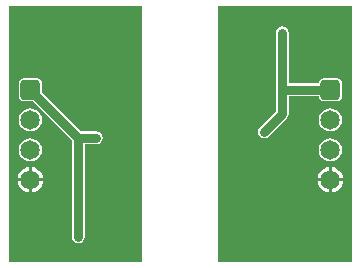
<source format=gbl>
G04 Layer_Physical_Order=2*
G04 Layer_Color=16711680*
%FSLAX25Y25*%
%MOIN*%
G70*
G01*
G75*
%ADD16C,0.06500*%
G04:AMPARAMS|DCode=17|XSize=65mil|YSize=65mil|CornerRadius=9.75mil|HoleSize=0mil|Usage=FLASHONLY|Rotation=180.000|XOffset=0mil|YOffset=0mil|HoleType=Round|Shape=RoundedRectangle|*
%AMROUNDEDRECTD17*
21,1,0.06500,0.04550,0,0,180.0*
21,1,0.04550,0.06500,0,0,180.0*
1,1,0.01950,-0.02275,0.02275*
1,1,0.01950,0.02275,0.02275*
1,1,0.01950,0.02275,-0.02275*
1,1,0.01950,-0.02275,-0.02275*
%
%ADD17ROUNDEDRECTD17*%
%ADD18C,0.02165*%
%ADD19C,0.03000*%
G36*
X117346Y2733D02*
X72649D01*
Y87818D01*
X117346D01*
Y2733D01*
D02*
G37*
G36*
X47351D02*
X2733D01*
Y87818D01*
X47351D01*
Y2733D01*
D02*
G37*
%LPC*%
G36*
X114221Y29500D02*
X110500D01*
Y25779D01*
X111109Y25859D01*
X112143Y26288D01*
X113031Y26969D01*
X113712Y27857D01*
X114141Y28890D01*
X114221Y29500D01*
D02*
G37*
G36*
X109500D02*
X105779D01*
X105859Y28890D01*
X106288Y27857D01*
X106969Y26969D01*
X107857Y26288D01*
X108890Y25859D01*
X109500Y25779D01*
Y29500D01*
D02*
G37*
G36*
X110000Y43883D02*
X108995Y43751D01*
X108058Y43363D01*
X107254Y42746D01*
X106637Y41942D01*
X106249Y41005D01*
X106117Y40000D01*
X106249Y38995D01*
X106637Y38058D01*
X107254Y37254D01*
X108058Y36637D01*
X108995Y36249D01*
X110000Y36117D01*
X111005Y36249D01*
X111942Y36637D01*
X112746Y37254D01*
X113363Y38058D01*
X113751Y38995D01*
X113883Y40000D01*
X113751Y41005D01*
X113363Y41942D01*
X112746Y42746D01*
X111942Y43363D01*
X111005Y43751D01*
X110000Y43883D01*
D02*
G37*
G36*
X94000Y81141D02*
X93181Y80978D01*
X92486Y80514D01*
X92022Y79819D01*
X91859Y79000D01*
Y60000D01*
Y52887D01*
X86486Y47514D01*
X86022Y46819D01*
X85859Y46000D01*
X86022Y45181D01*
X86486Y44486D01*
X87181Y44022D01*
X88000Y43859D01*
X88819Y44022D01*
X89514Y44486D01*
X95514Y50486D01*
X95978Y51181D01*
X96141Y52000D01*
Y57859D01*
X106119D01*
Y57725D01*
X106241Y57111D01*
X106589Y56590D01*
X107111Y56241D01*
X107725Y56119D01*
X112275D01*
X112890Y56241D01*
X113410Y56590D01*
X113759Y57111D01*
X113881Y57725D01*
Y62275D01*
X113759Y62889D01*
X113410Y63411D01*
X112890Y63759D01*
X112275Y63881D01*
X107725D01*
X107111Y63759D01*
X106589Y63411D01*
X106241Y62889D01*
X106119Y62275D01*
Y62141D01*
X96141D01*
Y79000D01*
X95978Y79819D01*
X95514Y80514D01*
X94819Y80978D01*
X94000Y81141D01*
D02*
G37*
G36*
X110000Y53883D02*
X108995Y53751D01*
X108058Y53363D01*
X107254Y52746D01*
X106637Y51942D01*
X106249Y51005D01*
X106117Y50000D01*
X106249Y48995D01*
X106637Y48058D01*
X107254Y47254D01*
X108058Y46637D01*
X108995Y46249D01*
X110000Y46117D01*
X111005Y46249D01*
X111942Y46637D01*
X112746Y47254D01*
X113363Y48058D01*
X113751Y48995D01*
X113883Y50000D01*
X113751Y51005D01*
X113363Y51942D01*
X112746Y52746D01*
X111942Y53363D01*
X111005Y53751D01*
X110000Y53883D01*
D02*
G37*
G36*
X109500Y34221D02*
X108890Y34141D01*
X107857Y33712D01*
X106969Y33031D01*
X106288Y32143D01*
X105859Y31109D01*
X105779Y30500D01*
X109500D01*
Y34221D01*
D02*
G37*
G36*
X110500D02*
Y30500D01*
X114221D01*
X114141Y31109D01*
X113712Y32143D01*
X113031Y33031D01*
X112143Y33712D01*
X111109Y34141D01*
X110500Y34221D01*
D02*
G37*
G36*
X14221Y29500D02*
X10500D01*
Y25779D01*
X11109Y25859D01*
X12143Y26288D01*
X13031Y26969D01*
X13712Y27857D01*
X14141Y28890D01*
X14221Y29500D01*
D02*
G37*
G36*
X9500Y34221D02*
X8890Y34141D01*
X7857Y33712D01*
X6969Y33031D01*
X6288Y32143D01*
X5859Y31109D01*
X5779Y30500D01*
X9500D01*
Y34221D01*
D02*
G37*
G36*
X12275Y63881D02*
X7725D01*
X7111Y63759D01*
X6589Y63411D01*
X6241Y62889D01*
X6119Y62275D01*
Y57725D01*
X6241Y57111D01*
X6589Y56590D01*
X7111Y56241D01*
X7725Y56119D01*
X10853D01*
X23859Y43113D01*
Y11000D01*
X24022Y10181D01*
X24486Y9486D01*
X25181Y9022D01*
X26000Y8859D01*
X26819Y9022D01*
X27514Y9486D01*
X27978Y10181D01*
X28141Y11000D01*
Y41859D01*
X32000D01*
X32819Y42022D01*
X33514Y42486D01*
X33978Y43181D01*
X34141Y44000D01*
X33978Y44819D01*
X33514Y45514D01*
X32819Y45978D01*
X32000Y46141D01*
X26887D01*
X13881Y59147D01*
Y62275D01*
X13759Y62889D01*
X13410Y63411D01*
X12889Y63759D01*
X12275Y63881D01*
D02*
G37*
G36*
X9500Y29500D02*
X5779D01*
X5859Y28890D01*
X6288Y27857D01*
X6969Y26969D01*
X7857Y26288D01*
X8890Y25859D01*
X9500Y25779D01*
Y29500D01*
D02*
G37*
G36*
X10000Y53883D02*
X8995Y53751D01*
X8058Y53363D01*
X7254Y52746D01*
X6637Y51942D01*
X6249Y51005D01*
X6117Y50000D01*
X6249Y48995D01*
X6637Y48058D01*
X7254Y47254D01*
X8058Y46637D01*
X8995Y46249D01*
X10000Y46117D01*
X11005Y46249D01*
X11942Y46637D01*
X12746Y47254D01*
X13363Y48058D01*
X13751Y48995D01*
X13883Y50000D01*
X13751Y51005D01*
X13363Y51942D01*
X12746Y52746D01*
X11942Y53363D01*
X11005Y53751D01*
X10000Y53883D01*
D02*
G37*
G36*
X10500Y34221D02*
Y30500D01*
X14221D01*
X14141Y31109D01*
X13712Y32143D01*
X13031Y33031D01*
X12143Y33712D01*
X11109Y34141D01*
X10500Y34221D01*
D02*
G37*
G36*
X10000Y43883D02*
X8995Y43751D01*
X8058Y43363D01*
X7254Y42746D01*
X6637Y41942D01*
X6249Y41005D01*
X6117Y40000D01*
X6249Y38995D01*
X6637Y38058D01*
X7254Y37254D01*
X8058Y36637D01*
X8995Y36249D01*
X10000Y36117D01*
X11005Y36249D01*
X11942Y36637D01*
X12746Y37254D01*
X13363Y38058D01*
X13751Y38995D01*
X13883Y40000D01*
X13751Y41005D01*
X13363Y41942D01*
X12746Y42746D01*
X11942Y43363D01*
X11005Y43751D01*
X10000Y43883D01*
D02*
G37*
%LPD*%
D16*
Y30000D02*
D03*
Y40000D02*
D03*
Y50000D02*
D03*
X110000Y30000D02*
D03*
Y40000D02*
D03*
Y50000D02*
D03*
D17*
X10000Y60000D02*
D03*
X110000D02*
D03*
D18*
Y20000D02*
D03*
X10000D02*
D03*
X88000Y35000D02*
D03*
X32000Y55000D02*
D03*
X110000Y11000D02*
D03*
X10000D02*
D03*
X94000Y79000D02*
D03*
X26000Y11000D02*
D03*
X88000Y46000D02*
D03*
X32000Y44000D02*
D03*
X84000Y25000D02*
D03*
X36000Y65000D02*
D03*
X88000D02*
D03*
X84000D02*
D03*
X36000Y25000D02*
D03*
X32000D02*
D03*
X101000Y83000D02*
D03*
X19000D02*
D03*
D19*
X94000Y60000D02*
Y79000D01*
Y52000D02*
Y60000D01*
X110000D01*
X88000Y46000D02*
X94000Y52000D01*
X26000Y11000D02*
Y44000D01*
X10000Y60000D02*
X26000Y44000D01*
X32000D01*
M02*

</source>
